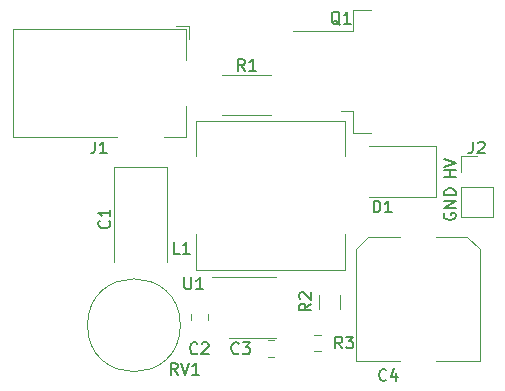
<source format=gbr>
%TF.GenerationSoftware,KiCad,Pcbnew,(5.1.5-131-g305ed0b65)-1*%
%TF.CreationDate,2020-05-01T23:58:58+08:00*%
%TF.ProjectId,PowerSupply,506f7765-7253-4757-9070-6c792e6b6963,rev?*%
%TF.SameCoordinates,Original*%
%TF.FileFunction,Legend,Top*%
%TF.FilePolarity,Positive*%
%FSLAX46Y46*%
G04 Gerber Fmt 4.6, Leading zero omitted, Abs format (unit mm)*
G04 Created by KiCad (PCBNEW (5.1.5-131-g305ed0b65)-1) date 2020-05-01 23:58:58*
%MOMM*%
%LPD*%
G01*
G04 APERTURE LIST*
%ADD10C,0.150000*%
%ADD11C,0.120000*%
G04 APERTURE END LIST*
D10*
X126750000Y-48011904D02*
X126702380Y-48107142D01*
X126702380Y-48250000D01*
X126750000Y-48392857D01*
X126845238Y-48488095D01*
X126940476Y-48535714D01*
X127130952Y-48583333D01*
X127273809Y-48583333D01*
X127464285Y-48535714D01*
X127559523Y-48488095D01*
X127654761Y-48392857D01*
X127702380Y-48250000D01*
X127702380Y-48154761D01*
X127654761Y-48011904D01*
X127607142Y-47964285D01*
X127273809Y-47964285D01*
X127273809Y-48154761D01*
X127702380Y-47535714D02*
X126702380Y-47535714D01*
X127702380Y-46964285D01*
X126702380Y-46964285D01*
X127702380Y-46488095D02*
X126702380Y-46488095D01*
X126702380Y-46250000D01*
X126750000Y-46107142D01*
X126845238Y-46011904D01*
X126940476Y-45964285D01*
X127130952Y-45916666D01*
X127273809Y-45916666D01*
X127464285Y-45964285D01*
X127559523Y-46011904D01*
X127654761Y-46107142D01*
X127702380Y-46250000D01*
X127702380Y-46488095D01*
X127702380Y-44964285D02*
X126702380Y-44964285D01*
X127178571Y-44964285D02*
X127178571Y-44392857D01*
X127702380Y-44392857D02*
X126702380Y-44392857D01*
X126702380Y-44059523D02*
X127702380Y-43726190D01*
X126702380Y-43392857D01*
D11*
%TO.C,C4*%
X120304437Y-49990000D02*
X119240000Y-51054437D01*
X128695563Y-49990000D02*
X129760000Y-51054437D01*
X128695563Y-49990000D02*
X126010000Y-49990000D01*
X120304437Y-49990000D02*
X122990000Y-49990000D01*
X119240000Y-51054437D02*
X119240000Y-60510000D01*
X129760000Y-51054437D02*
X129760000Y-60510000D01*
X129760000Y-60510000D02*
X126010000Y-60510000D01*
X119240000Y-60510000D02*
X122990000Y-60510000D01*
%TO.C,J2*%
X128170000Y-43170000D02*
X129500000Y-43170000D01*
X128170000Y-44500000D02*
X128170000Y-43170000D01*
X128170000Y-45770000D02*
X130830000Y-45770000D01*
X130830000Y-45770000D02*
X130830000Y-48370000D01*
X128170000Y-45770000D02*
X128170000Y-48370000D01*
X128170000Y-48370000D02*
X130830000Y-48370000D01*
%TO.C,J1*%
X104900000Y-32400000D02*
X104900000Y-35000000D01*
X90200000Y-32400000D02*
X104900000Y-32400000D01*
X104900000Y-41600000D02*
X103000000Y-41600000D01*
X104900000Y-38900000D02*
X104900000Y-41600000D01*
X90200000Y-41600000D02*
X90200000Y-32400000D01*
X99000000Y-41600000D02*
X90200000Y-41600000D01*
X104050000Y-32200000D02*
X105100000Y-32200000D01*
X105100000Y-33250000D02*
X105100000Y-32200000D01*
%TO.C,C1*%
X98740000Y-44090000D02*
X98740000Y-52150000D01*
X103260000Y-44090000D02*
X98740000Y-44090000D01*
X103260000Y-52150000D02*
X103260000Y-44090000D01*
%TO.C,C2*%
X106710000Y-56553922D02*
X106710000Y-57071078D01*
X105290000Y-56553922D02*
X105290000Y-57071078D01*
%TO.C,C3*%
X112321078Y-58790000D02*
X111803922Y-58790000D01*
X112321078Y-60210000D02*
X111803922Y-60210000D01*
%TO.C,D1*%
X126050000Y-46650000D02*
X120350000Y-46650000D01*
X126050000Y-42350000D02*
X120350000Y-42350000D01*
X126050000Y-46650000D02*
X126050000Y-42350000D01*
%TO.C,L1*%
X118300000Y-40200000D02*
X118300000Y-43200000D01*
X105700000Y-40200000D02*
X118300000Y-40200000D01*
X105700000Y-43200000D02*
X105700000Y-40200000D01*
X105700000Y-52800000D02*
X105700000Y-49800000D01*
X118300000Y-52800000D02*
X105700000Y-52800000D01*
X118300000Y-49800000D02*
X118300000Y-52800000D01*
%TO.C,Q1*%
X119050000Y-39390000D02*
X117950000Y-39390000D01*
X119050000Y-41200000D02*
X119050000Y-39390000D01*
X120550000Y-41200000D02*
X119050000Y-41200000D01*
X119050000Y-32610000D02*
X113925000Y-32610000D01*
X119050000Y-30800000D02*
X119050000Y-32610000D01*
X120550000Y-30800000D02*
X119050000Y-30800000D01*
%TO.C,R1*%
X112052064Y-36290000D02*
X107947936Y-36290000D01*
X112052064Y-39710000D02*
X107947936Y-39710000D01*
%TO.C,R2*%
X116090000Y-54897936D02*
X116090000Y-56102064D01*
X117910000Y-54897936D02*
X117910000Y-56102064D01*
%TO.C,R3*%
X116258578Y-58290000D02*
X115741422Y-58290000D01*
X116258578Y-59710000D02*
X115741422Y-59710000D01*
%TO.C,RV1*%
X104390000Y-57500000D02*
G75*
G03*
X104390000Y-57500000I-3930000J0D01*
G01*
%TO.C,U1*%
X110500000Y-53440000D02*
X107050000Y-53440000D01*
X110500000Y-53440000D02*
X112450000Y-53440000D01*
X110500000Y-58560000D02*
X108550000Y-58560000D01*
X110500000Y-58560000D02*
X112450000Y-58560000D01*
%TO.C,C4*%
D10*
X121833333Y-62107142D02*
X121785714Y-62154761D01*
X121642857Y-62202380D01*
X121547619Y-62202380D01*
X121404761Y-62154761D01*
X121309523Y-62059523D01*
X121261904Y-61964285D01*
X121214285Y-61773809D01*
X121214285Y-61630952D01*
X121261904Y-61440476D01*
X121309523Y-61345238D01*
X121404761Y-61250000D01*
X121547619Y-61202380D01*
X121642857Y-61202380D01*
X121785714Y-61250000D01*
X121833333Y-61297619D01*
X122690476Y-61535714D02*
X122690476Y-62202380D01*
X122452380Y-61154761D02*
X122214285Y-61869047D01*
X122833333Y-61869047D01*
%TO.C,J2*%
X129166666Y-41952380D02*
X129166666Y-42666666D01*
X129119047Y-42809523D01*
X129023809Y-42904761D01*
X128880952Y-42952380D01*
X128785714Y-42952380D01*
X129595238Y-42047619D02*
X129642857Y-42000000D01*
X129738095Y-41952380D01*
X129976190Y-41952380D01*
X130071428Y-42000000D01*
X130119047Y-42047619D01*
X130166666Y-42142857D01*
X130166666Y-42238095D01*
X130119047Y-42380952D01*
X129547619Y-42952380D01*
X130166666Y-42952380D01*
%TO.C,J1*%
X97166666Y-41952380D02*
X97166666Y-42666666D01*
X97119047Y-42809523D01*
X97023809Y-42904761D01*
X96880952Y-42952380D01*
X96785714Y-42952380D01*
X98166666Y-42952380D02*
X97595238Y-42952380D01*
X97880952Y-42952380D02*
X97880952Y-41952380D01*
X97785714Y-42095238D01*
X97690476Y-42190476D01*
X97595238Y-42238095D01*
%TO.C,C1*%
X98357142Y-48666666D02*
X98404761Y-48714285D01*
X98452380Y-48857142D01*
X98452380Y-48952380D01*
X98404761Y-49095238D01*
X98309523Y-49190476D01*
X98214285Y-49238095D01*
X98023809Y-49285714D01*
X97880952Y-49285714D01*
X97690476Y-49238095D01*
X97595238Y-49190476D01*
X97500000Y-49095238D01*
X97452380Y-48952380D01*
X97452380Y-48857142D01*
X97500000Y-48714285D01*
X97547619Y-48666666D01*
X98452380Y-47714285D02*
X98452380Y-48285714D01*
X98452380Y-48000000D02*
X97452380Y-48000000D01*
X97595238Y-48095238D01*
X97690476Y-48190476D01*
X97738095Y-48285714D01*
%TO.C,C2*%
X105833333Y-59857142D02*
X105785714Y-59904761D01*
X105642857Y-59952380D01*
X105547619Y-59952380D01*
X105404761Y-59904761D01*
X105309523Y-59809523D01*
X105261904Y-59714285D01*
X105214285Y-59523809D01*
X105214285Y-59380952D01*
X105261904Y-59190476D01*
X105309523Y-59095238D01*
X105404761Y-59000000D01*
X105547619Y-58952380D01*
X105642857Y-58952380D01*
X105785714Y-59000000D01*
X105833333Y-59047619D01*
X106214285Y-59047619D02*
X106261904Y-59000000D01*
X106357142Y-58952380D01*
X106595238Y-58952380D01*
X106690476Y-59000000D01*
X106738095Y-59047619D01*
X106785714Y-59142857D01*
X106785714Y-59238095D01*
X106738095Y-59380952D01*
X106166666Y-59952380D01*
X106785714Y-59952380D01*
%TO.C,C3*%
X109333333Y-59857142D02*
X109285714Y-59904761D01*
X109142857Y-59952380D01*
X109047619Y-59952380D01*
X108904761Y-59904761D01*
X108809523Y-59809523D01*
X108761904Y-59714285D01*
X108714285Y-59523809D01*
X108714285Y-59380952D01*
X108761904Y-59190476D01*
X108809523Y-59095238D01*
X108904761Y-59000000D01*
X109047619Y-58952380D01*
X109142857Y-58952380D01*
X109285714Y-59000000D01*
X109333333Y-59047619D01*
X109666666Y-58952380D02*
X110285714Y-58952380D01*
X109952380Y-59333333D01*
X110095238Y-59333333D01*
X110190476Y-59380952D01*
X110238095Y-59428571D01*
X110285714Y-59523809D01*
X110285714Y-59761904D01*
X110238095Y-59857142D01*
X110190476Y-59904761D01*
X110095238Y-59952380D01*
X109809523Y-59952380D01*
X109714285Y-59904761D01*
X109666666Y-59857142D01*
%TO.C,D1*%
X120761904Y-47952380D02*
X120761904Y-46952380D01*
X121000000Y-46952380D01*
X121142857Y-47000000D01*
X121238095Y-47095238D01*
X121285714Y-47190476D01*
X121333333Y-47380952D01*
X121333333Y-47523809D01*
X121285714Y-47714285D01*
X121238095Y-47809523D01*
X121142857Y-47904761D01*
X121000000Y-47952380D01*
X120761904Y-47952380D01*
X122285714Y-47952380D02*
X121714285Y-47952380D01*
X122000000Y-47952380D02*
X122000000Y-46952380D01*
X121904761Y-47095238D01*
X121809523Y-47190476D01*
X121714285Y-47238095D01*
%TO.C,L1*%
X104333333Y-51452380D02*
X103857142Y-51452380D01*
X103857142Y-50452380D01*
X105190476Y-51452380D02*
X104619047Y-51452380D01*
X104904761Y-51452380D02*
X104904761Y-50452380D01*
X104809523Y-50595238D01*
X104714285Y-50690476D01*
X104619047Y-50738095D01*
%TO.C,Q1*%
X117904761Y-32047619D02*
X117809523Y-32000000D01*
X117714285Y-31904761D01*
X117571428Y-31761904D01*
X117476190Y-31714285D01*
X117380952Y-31714285D01*
X117428571Y-31952380D02*
X117333333Y-31904761D01*
X117238095Y-31809523D01*
X117190476Y-31619047D01*
X117190476Y-31285714D01*
X117238095Y-31095238D01*
X117333333Y-31000000D01*
X117428571Y-30952380D01*
X117619047Y-30952380D01*
X117714285Y-31000000D01*
X117809523Y-31095238D01*
X117857142Y-31285714D01*
X117857142Y-31619047D01*
X117809523Y-31809523D01*
X117714285Y-31904761D01*
X117619047Y-31952380D01*
X117428571Y-31952380D01*
X118809523Y-31952380D02*
X118238095Y-31952380D01*
X118523809Y-31952380D02*
X118523809Y-30952380D01*
X118428571Y-31095238D01*
X118333333Y-31190476D01*
X118238095Y-31238095D01*
%TO.C,R1*%
X109833333Y-35952380D02*
X109500000Y-35476190D01*
X109261904Y-35952380D02*
X109261904Y-34952380D01*
X109642857Y-34952380D01*
X109738095Y-35000000D01*
X109785714Y-35047619D01*
X109833333Y-35142857D01*
X109833333Y-35285714D01*
X109785714Y-35380952D01*
X109738095Y-35428571D01*
X109642857Y-35476190D01*
X109261904Y-35476190D01*
X110785714Y-35952380D02*
X110214285Y-35952380D01*
X110500000Y-35952380D02*
X110500000Y-34952380D01*
X110404761Y-35095238D01*
X110309523Y-35190476D01*
X110214285Y-35238095D01*
%TO.C,R2*%
X115452380Y-55666666D02*
X114976190Y-56000000D01*
X115452380Y-56238095D02*
X114452380Y-56238095D01*
X114452380Y-55857142D01*
X114500000Y-55761904D01*
X114547619Y-55714285D01*
X114642857Y-55666666D01*
X114785714Y-55666666D01*
X114880952Y-55714285D01*
X114928571Y-55761904D01*
X114976190Y-55857142D01*
X114976190Y-56238095D01*
X114547619Y-55285714D02*
X114500000Y-55238095D01*
X114452380Y-55142857D01*
X114452380Y-54904761D01*
X114500000Y-54809523D01*
X114547619Y-54761904D01*
X114642857Y-54714285D01*
X114738095Y-54714285D01*
X114880952Y-54761904D01*
X115452380Y-55333333D01*
X115452380Y-54714285D01*
%TO.C,R3*%
X118083333Y-59452380D02*
X117750000Y-58976190D01*
X117511904Y-59452380D02*
X117511904Y-58452380D01*
X117892857Y-58452380D01*
X117988095Y-58500000D01*
X118035714Y-58547619D01*
X118083333Y-58642857D01*
X118083333Y-58785714D01*
X118035714Y-58880952D01*
X117988095Y-58928571D01*
X117892857Y-58976190D01*
X117511904Y-58976190D01*
X118416666Y-58452380D02*
X119035714Y-58452380D01*
X118702380Y-58833333D01*
X118845238Y-58833333D01*
X118940476Y-58880952D01*
X118988095Y-58928571D01*
X119035714Y-59023809D01*
X119035714Y-59261904D01*
X118988095Y-59357142D01*
X118940476Y-59404761D01*
X118845238Y-59452380D01*
X118559523Y-59452380D01*
X118464285Y-59404761D01*
X118416666Y-59357142D01*
%TO.C,RV1*%
X104154761Y-61702380D02*
X103821428Y-61226190D01*
X103583333Y-61702380D02*
X103583333Y-60702380D01*
X103964285Y-60702380D01*
X104059523Y-60750000D01*
X104107142Y-60797619D01*
X104154761Y-60892857D01*
X104154761Y-61035714D01*
X104107142Y-61130952D01*
X104059523Y-61178571D01*
X103964285Y-61226190D01*
X103583333Y-61226190D01*
X104440476Y-60702380D02*
X104773809Y-61702380D01*
X105107142Y-60702380D01*
X105964285Y-61702380D02*
X105392857Y-61702380D01*
X105678571Y-61702380D02*
X105678571Y-60702380D01*
X105583333Y-60845238D01*
X105488095Y-60940476D01*
X105392857Y-60988095D01*
%TO.C,U1*%
X104738095Y-53452380D02*
X104738095Y-54261904D01*
X104785714Y-54357142D01*
X104833333Y-54404761D01*
X104928571Y-54452380D01*
X105119047Y-54452380D01*
X105214285Y-54404761D01*
X105261904Y-54357142D01*
X105309523Y-54261904D01*
X105309523Y-53452380D01*
X106309523Y-54452380D02*
X105738095Y-54452380D01*
X106023809Y-54452380D02*
X106023809Y-53452380D01*
X105928571Y-53595238D01*
X105833333Y-53690476D01*
X105738095Y-53738095D01*
%TD*%
M02*

</source>
